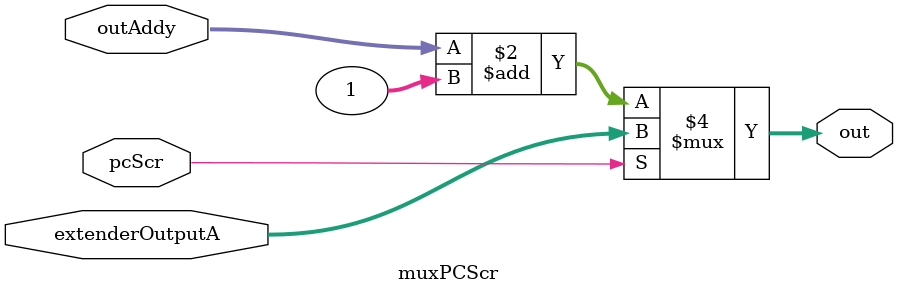
<source format=v>
module muxPCScr (extenderOutputA, outAddy, out, pcScr);
  input pcScr;
  input [15:0] outAddy;
  input [31:0] extenderOutputA;

  output reg [31:0] out;

  always @ ( * ) begin
    if(pcScr)
      out = extenderOutputA;
    else
      out = outAddy +1;
  end

endmodule // muxPCScr

</source>
